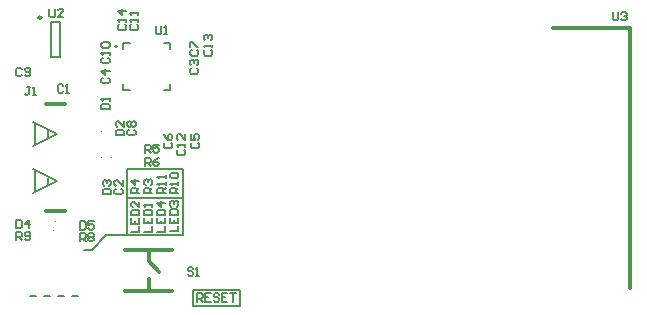
<source format=gto>
G04 Layer_Color=65535*
%FSAX25Y25*%
%MOIN*%
G70*
G01*
G75*
%ADD30C,0.00984*%
%ADD32C,0.01181*%
%ADD34C,0.00787*%
%ADD43C,0.00394*%
%ADD44C,0.00500*%
%ADD45C,0.00591*%
D30*
X0109547Y0197835D02*
G03*
X0109547Y0197835I-0000492J0000000D01*
G01*
D32*
X0280118Y0194291D02*
X0305709D01*
Y0107677D02*
Y0194291D01*
X0111024Y0168898D02*
X0117323D01*
X0111024Y0133465D02*
X0117323D01*
X0145276Y0106720D02*
Y0110658D01*
Y0116563D02*
X0148721Y0113118D01*
X0145276Y0116563D02*
Y0120500D01*
X0137402Y0106720D02*
X0153150D01*
X0137402Y0120500D02*
X0153150D01*
D34*
X0134843Y0188189D02*
G03*
X0134843Y0188189I-0000394J0000000D01*
G01*
X0160236Y0101575D02*
Y0107087D01*
Y0101575D02*
X0175591D01*
Y0107087D01*
X0160236D02*
X0175591D01*
X0123622Y0120472D02*
X0126378D01*
X0131102Y0125197D01*
X0135039D01*
X0131102D02*
X0138189D01*
X0156693D02*
Y0137795D01*
X0138189Y0125197D02*
X0156693D01*
X0138189D02*
Y0137795D01*
Y0146063D02*
Y0147244D01*
X0156693D01*
Y0137795D02*
Y0147244D01*
X0138189Y0137795D02*
X0156693D01*
X0138189D02*
Y0146063D01*
X0112598Y0196457D02*
X0115748D01*
X0112598Y0184646D02*
X0115748D01*
X0112598D02*
Y0196457D01*
X0115748Y0184646D02*
Y0196457D01*
X0119866Y0104949D02*
X0121835D01*
X0110417Y0104949D02*
X0112386D01*
X0115142Y0104949D02*
X0117110D01*
X0105693Y0104949D02*
X0107661D01*
D43*
X0129724Y0159843D02*
G03*
X0129724Y0159843I-0000197J0000000D01*
G01*
X0132874Y0151181D02*
G03*
X0132874Y0151181I-0000197J0000000D01*
G01*
X0129724Y0151181D02*
G03*
X0129724Y0151181I-0000197J0000000D01*
G01*
X0114370Y0129921D02*
G03*
X0114370Y0129921I-0000197J0000000D01*
G01*
X0113583Y0126772D02*
G03*
X0113583Y0126772I-0000197J0000000D01*
G01*
D44*
X0150413Y0173622D02*
X0152559D01*
X0150413Y0189370D02*
X0152559D01*
X0136811Y0173622D02*
X0138957D01*
X0136811Y0189370D02*
X0138957D01*
X0152559Y0173622D02*
Y0175768D01*
Y0187224D02*
Y0189370D01*
X0136811Y0173622D02*
Y0175768D01*
Y0187224D02*
Y0189370D01*
D45*
X0106753Y0162992D02*
X0114627Y0159055D01*
X0106753Y0155118D02*
X0114627Y0159055D01*
X0111871Y0157874D02*
X0111871Y0160236D01*
X0107540Y0155512D02*
Y0162598D01*
X0106753Y0147244D02*
X0114627Y0143307D01*
X0106753Y0139370D02*
X0114627Y0143307D01*
X0111871Y0142126D02*
X0111871Y0144488D01*
X0107540Y0139764D02*
Y0146850D01*
X0161417Y0103150D02*
Y0105905D01*
X0162795D01*
X0163254Y0105446D01*
Y0104527D01*
X0162795Y0104068D01*
X0161417D01*
X0162336D02*
X0163254Y0103150D01*
X0166009Y0105905D02*
X0164172D01*
Y0103150D01*
X0166009D01*
X0164172Y0104527D02*
X0165091D01*
X0168764Y0105446D02*
X0168305Y0105905D01*
X0167386D01*
X0166927Y0105446D01*
Y0104986D01*
X0167386Y0104527D01*
X0168305D01*
X0168764Y0104068D01*
Y0103609D01*
X0168305Y0103150D01*
X0167386D01*
X0166927Y0103609D01*
X0171519Y0105905D02*
X0169682D01*
Y0103150D01*
X0171519D01*
X0169682Y0104527D02*
X0170601D01*
X0172437Y0105905D02*
X0174274D01*
X0173356D01*
Y0103150D01*
X0147736Y0194979D02*
Y0192684D01*
X0148195Y0192224D01*
X0149114D01*
X0149573Y0192684D01*
Y0194979D01*
X0150491Y0192224D02*
X0151410D01*
X0150950D01*
Y0194979D01*
X0150491Y0194520D01*
X0159515Y0180971D02*
X0159056Y0180511D01*
Y0179593D01*
X0159515Y0179134D01*
X0161352D01*
X0161811Y0179593D01*
Y0180511D01*
X0161352Y0180971D01*
X0159515Y0181889D02*
X0159056Y0182348D01*
Y0183266D01*
X0159515Y0183726D01*
X0159974D01*
X0160433Y0183266D01*
Y0182807D01*
Y0183266D01*
X0160893Y0183726D01*
X0161352D01*
X0161811Y0183266D01*
Y0182348D01*
X0161352Y0181889D01*
X0159909Y0156167D02*
X0159450Y0155708D01*
Y0154790D01*
X0159909Y0154331D01*
X0161746D01*
X0162205Y0154790D01*
Y0155708D01*
X0161746Y0156167D01*
X0159450Y0158922D02*
Y0157086D01*
X0160827D01*
X0160368Y0158004D01*
Y0158463D01*
X0160827Y0158922D01*
X0161746D01*
X0162205Y0158463D01*
Y0157545D01*
X0161746Y0157086D01*
X0155184Y0153805D02*
X0154725Y0153346D01*
Y0152428D01*
X0155184Y0151969D01*
X0157021D01*
X0157480Y0152428D01*
Y0153346D01*
X0157021Y0153805D01*
X0157480Y0154724D02*
Y0155642D01*
Y0155183D01*
X0154725D01*
X0155184Y0154724D01*
X0157480Y0158856D02*
Y0157019D01*
X0155644Y0158856D01*
X0155184D01*
X0154725Y0158397D01*
Y0157478D01*
X0155184Y0157019D01*
X0150854Y0156167D02*
X0150395Y0155708D01*
Y0154790D01*
X0150854Y0154331D01*
X0152690D01*
X0153150Y0154790D01*
Y0155708D01*
X0152690Y0156167D01*
X0150395Y0158922D02*
X0150854Y0158004D01*
X0151772Y0157086D01*
X0152690D01*
X0153150Y0157545D01*
Y0158463D01*
X0152690Y0158922D01*
X0152231D01*
X0151772Y0158463D01*
Y0157086D01*
X0300000Y0199605D02*
Y0197310D01*
X0300459Y0196850D01*
X0301378D01*
X0301837Y0197310D01*
Y0199605D01*
X0302755Y0199146D02*
X0303214Y0199605D01*
X0304133D01*
X0304592Y0199146D01*
Y0198687D01*
X0304133Y0198228D01*
X0303673D01*
X0304133D01*
X0304592Y0197769D01*
Y0197310D01*
X0304133Y0196850D01*
X0303214D01*
X0302755Y0197310D01*
X0164141Y0186975D02*
X0163682Y0186515D01*
Y0185597D01*
X0164141Y0185138D01*
X0165978D01*
X0166437Y0185597D01*
Y0186515D01*
X0165978Y0186975D01*
X0166437Y0187893D02*
Y0188811D01*
Y0188352D01*
X0163682D01*
X0164141Y0187893D01*
Y0190189D02*
X0163682Y0190648D01*
Y0191566D01*
X0164141Y0192025D01*
X0164600D01*
X0165059Y0191566D01*
Y0191107D01*
Y0191566D01*
X0165519Y0192025D01*
X0165978D01*
X0166437Y0191566D01*
Y0190648D01*
X0165978Y0190189D01*
X0159614Y0186975D02*
X0159154Y0186515D01*
Y0185597D01*
X0159614Y0185138D01*
X0161450D01*
X0161909Y0185597D01*
Y0186515D01*
X0161450Y0186975D01*
X0159154Y0187893D02*
Y0189729D01*
X0159614D01*
X0161450Y0187893D01*
X0161909D01*
X0139436Y0195537D02*
X0138977Y0195078D01*
Y0194160D01*
X0139436Y0193701D01*
X0141273D01*
X0141732Y0194160D01*
Y0195078D01*
X0141273Y0195537D01*
X0141732Y0196456D02*
Y0197374D01*
Y0196915D01*
X0138977D01*
X0139436Y0196456D01*
X0141732Y0198752D02*
Y0199670D01*
Y0199211D01*
X0138977D01*
X0139436Y0198752D01*
X0135499Y0195537D02*
X0135040Y0195078D01*
Y0194160D01*
X0135499Y0193701D01*
X0137336D01*
X0137795Y0194160D01*
Y0195078D01*
X0137336Y0195537D01*
X0137795Y0196456D02*
Y0197374D01*
Y0196915D01*
X0135040D01*
X0135499Y0196456D01*
X0137795Y0200129D02*
X0135040D01*
X0136418Y0198752D01*
Y0200588D01*
X0129988Y0184514D02*
X0129528Y0184055D01*
Y0183136D01*
X0129988Y0182677D01*
X0131824D01*
X0132283Y0183136D01*
Y0184055D01*
X0131824Y0184514D01*
X0132283Y0185432D02*
Y0186351D01*
Y0185891D01*
X0129528D01*
X0129988Y0185432D01*
Y0187728D02*
X0129528Y0188187D01*
Y0189105D01*
X0129988Y0189565D01*
X0131824D01*
X0132283Y0189105D01*
Y0188187D01*
X0131824Y0187728D01*
X0129988D01*
X0112205Y0200786D02*
Y0198491D01*
X0112664Y0198031D01*
X0113582D01*
X0114041Y0198491D01*
Y0200786D01*
X0116796Y0198031D02*
X0114960D01*
X0116796Y0199868D01*
Y0200327D01*
X0116337Y0200786D01*
X0115419D01*
X0114960Y0200327D01*
X0105774Y0174802D02*
X0104855D01*
X0105315D01*
Y0172506D01*
X0104855Y0172047D01*
X0104396D01*
X0103937Y0172506D01*
X0106692Y0172047D02*
X0107610D01*
X0107151D01*
Y0174802D01*
X0106692Y0174343D01*
X0103018Y0180642D02*
X0102559Y0181102D01*
X0101640D01*
X0101181Y0180642D01*
Y0178806D01*
X0101640Y0178347D01*
X0102559D01*
X0103018Y0178806D01*
X0103936D02*
X0104395Y0178347D01*
X0105314D01*
X0105773Y0178806D01*
Y0180642D01*
X0105314Y0181102D01*
X0104395D01*
X0103936Y0180642D01*
Y0180183D01*
X0104395Y0179724D01*
X0105773D01*
X0116797Y0175130D02*
X0116338Y0175590D01*
X0115420D01*
X0114961Y0175130D01*
Y0173294D01*
X0115420Y0172835D01*
X0116338D01*
X0116797Y0173294D01*
X0117716Y0172835D02*
X0118634D01*
X0118175D01*
Y0175590D01*
X0117716Y0175130D01*
X0129988Y0177821D02*
X0129528Y0177362D01*
Y0176443D01*
X0129988Y0175984D01*
X0131824D01*
X0132283Y0176443D01*
Y0177362D01*
X0131824Y0177821D01*
X0132283Y0180117D02*
X0129528D01*
X0130906Y0178739D01*
Y0180576D01*
X0129528Y0167323D02*
X0132283D01*
Y0168700D01*
X0131824Y0169159D01*
X0129988D01*
X0129528Y0168700D01*
Y0167323D01*
X0132283Y0170078D02*
Y0170996D01*
Y0170537D01*
X0129528D01*
X0129988Y0170078D01*
X0129922Y0138976D02*
X0132677D01*
Y0140354D01*
X0132218Y0140813D01*
X0130381D01*
X0129922Y0140354D01*
Y0138976D01*
X0130381Y0141731D02*
X0129922Y0142191D01*
Y0143109D01*
X0130381Y0143568D01*
X0130841D01*
X0131300Y0143109D01*
Y0142650D01*
Y0143109D01*
X0131759Y0143568D01*
X0132218D01*
X0132677Y0143109D01*
Y0142191D01*
X0132218Y0141731D01*
X0134318Y0140813D02*
X0133859Y0140354D01*
Y0139436D01*
X0134318Y0138976D01*
X0136155D01*
X0136614Y0139436D01*
Y0140354D01*
X0136155Y0140813D01*
X0136614Y0143568D02*
Y0141731D01*
X0134777Y0143568D01*
X0134318D01*
X0133859Y0143109D01*
Y0142191D01*
X0134318Y0141731D01*
X0144095Y0148425D02*
Y0151180D01*
X0145472D01*
X0145931Y0150721D01*
Y0149803D01*
X0145472Y0149344D01*
X0144095D01*
X0145013D02*
X0145931Y0148425D01*
X0148686Y0151180D02*
X0147768Y0150721D01*
X0146850Y0149803D01*
Y0148884D01*
X0147309Y0148425D01*
X0148227D01*
X0148686Y0148884D01*
Y0149344D01*
X0148227Y0149803D01*
X0146850D01*
X0144095Y0152756D02*
Y0155511D01*
X0145472D01*
X0145931Y0155052D01*
Y0154133D01*
X0145472Y0153674D01*
X0144095D01*
X0145013D02*
X0145931Y0152756D01*
X0148686Y0155511D02*
X0146850D01*
Y0154133D01*
X0147768Y0154593D01*
X0148227D01*
X0148686Y0154133D01*
Y0153215D01*
X0148227Y0152756D01*
X0147309D01*
X0146850Y0153215D01*
X0138649Y0160498D02*
X0138190Y0160039D01*
Y0159121D01*
X0138649Y0158661D01*
X0140486D01*
X0140945Y0159121D01*
Y0160039D01*
X0140486Y0160498D01*
X0138649Y0161416D02*
X0138190Y0161876D01*
Y0162794D01*
X0138649Y0163253D01*
X0139108D01*
X0139567Y0162794D01*
X0140026Y0163253D01*
X0140486D01*
X0140945Y0162794D01*
Y0161876D01*
X0140486Y0161416D01*
X0140026D01*
X0139567Y0161876D01*
X0139108Y0161416D01*
X0138649D01*
X0139567Y0161876D02*
Y0162794D01*
X0134253Y0158661D02*
X0137008D01*
Y0160039D01*
X0136549Y0160498D01*
X0134712D01*
X0134253Y0160039D01*
Y0158661D01*
X0137008Y0163253D02*
Y0161416D01*
X0135171Y0163253D01*
X0134712D01*
X0134253Y0162794D01*
Y0161876D01*
X0134712Y0161416D01*
X0152363Y0126575D02*
X0155118D01*
Y0128411D01*
X0152363Y0131167D02*
Y0129330D01*
X0155118D01*
Y0131167D01*
X0153741Y0129330D02*
Y0130248D01*
X0152363Y0132085D02*
X0155118D01*
Y0133462D01*
X0154659Y0133922D01*
X0152822D01*
X0152363Y0133462D01*
Y0132085D01*
X0152822Y0134840D02*
X0152363Y0135299D01*
Y0136217D01*
X0152822Y0136677D01*
X0153281D01*
X0153741Y0136217D01*
Y0135758D01*
Y0136217D01*
X0154200Y0136677D01*
X0154659D01*
X0155118Y0136217D01*
Y0135299D01*
X0154659Y0134840D01*
X0143702Y0126476D02*
X0146457D01*
Y0128313D01*
X0143702Y0131068D02*
Y0129231D01*
X0146457D01*
Y0131068D01*
X0145079Y0129231D02*
Y0130150D01*
X0143702Y0131986D02*
X0146457D01*
Y0133364D01*
X0145998Y0133823D01*
X0144161D01*
X0143702Y0133364D01*
Y0131986D01*
X0146457Y0134741D02*
Y0135660D01*
Y0135201D01*
X0143702D01*
X0144161Y0134741D01*
X0148131Y0126476D02*
X0150886D01*
Y0128313D01*
X0148131Y0131068D02*
Y0129231D01*
X0150886D01*
Y0131068D01*
X0149508Y0129231D02*
Y0130150D01*
X0148131Y0131986D02*
X0150886D01*
Y0133364D01*
X0150427Y0133823D01*
X0148590D01*
X0148131Y0133364D01*
Y0131986D01*
X0150886Y0136119D02*
X0148131D01*
X0149508Y0134741D01*
Y0136578D01*
X0122441Y0123228D02*
Y0125983D01*
X0123819D01*
X0124278Y0125524D01*
Y0124606D01*
X0123819Y0124147D01*
X0122441D01*
X0123359D02*
X0124278Y0123228D01*
X0125196Y0125524D02*
X0125655Y0125983D01*
X0126574D01*
X0127033Y0125524D01*
Y0125065D01*
X0126574Y0124606D01*
X0127033Y0124147D01*
Y0123688D01*
X0126574Y0123228D01*
X0125655D01*
X0125196Y0123688D01*
Y0124147D01*
X0125655Y0124606D01*
X0125196Y0125065D01*
Y0125524D01*
X0125655Y0124606D02*
X0126574D01*
X0155217Y0139272D02*
X0152462D01*
Y0140649D01*
X0152921Y0141108D01*
X0153839D01*
X0154298Y0140649D01*
Y0139272D01*
Y0140190D02*
X0155217Y0141108D01*
Y0142027D02*
Y0142945D01*
Y0142486D01*
X0152462D01*
X0152921Y0142027D01*
Y0144323D02*
X0152462Y0144782D01*
Y0145700D01*
X0152921Y0146159D01*
X0154757D01*
X0155217Y0145700D01*
Y0144782D01*
X0154757Y0144323D01*
X0152921D01*
X0142224Y0139272D02*
X0139469D01*
Y0140649D01*
X0139929Y0141108D01*
X0140847D01*
X0141306Y0140649D01*
Y0139272D01*
Y0140190D02*
X0142224Y0141108D01*
Y0143404D02*
X0139469D01*
X0140847Y0142027D01*
Y0143863D01*
X0146555Y0139272D02*
X0143800D01*
Y0140649D01*
X0144259Y0141108D01*
X0145178D01*
X0145637Y0140649D01*
Y0139272D01*
Y0140190D02*
X0146555Y0141108D01*
X0144259Y0142027D02*
X0143800Y0142486D01*
Y0143404D01*
X0144259Y0143863D01*
X0144718D01*
X0145178Y0143404D01*
Y0142945D01*
Y0143404D01*
X0145637Y0143863D01*
X0146096D01*
X0146555Y0143404D01*
Y0142486D01*
X0146096Y0142027D01*
X0150984Y0139272D02*
X0148229D01*
Y0140649D01*
X0148688Y0141108D01*
X0149607D01*
X0150066Y0140649D01*
Y0139272D01*
Y0140190D02*
X0150984Y0141108D01*
Y0142027D02*
Y0142945D01*
Y0142486D01*
X0148229D01*
X0148688Y0142027D01*
X0150984Y0144323D02*
Y0145241D01*
Y0144782D01*
X0148229D01*
X0148688Y0144323D01*
X0101181Y0123622D02*
Y0126377D01*
X0102559D01*
X0103018Y0125918D01*
Y0125000D01*
X0102559Y0124540D01*
X0101181D01*
X0102099D02*
X0103018Y0123622D01*
X0103936Y0124081D02*
X0104395Y0123622D01*
X0105314D01*
X0105773Y0124081D01*
Y0125918D01*
X0105314Y0126377D01*
X0104395D01*
X0103936Y0125918D01*
Y0125459D01*
X0104395Y0125000D01*
X0105773D01*
X0122441Y0129920D02*
Y0127165D01*
X0123819D01*
X0124278Y0127624D01*
Y0129461D01*
X0123819Y0129920D01*
X0122441D01*
X0127033D02*
X0125196D01*
Y0128543D01*
X0126114Y0129002D01*
X0126574D01*
X0127033Y0128543D01*
Y0127624D01*
X0126574Y0127165D01*
X0125655D01*
X0125196Y0127624D01*
X0101181Y0130314D02*
Y0127559D01*
X0102559D01*
X0103018Y0128018D01*
Y0129855D01*
X0102559Y0130314D01*
X0101181D01*
X0105314Y0127559D02*
Y0130314D01*
X0103936Y0128937D01*
X0105773D01*
X0139469Y0126378D02*
X0142224D01*
Y0128215D01*
X0139469Y0130970D02*
Y0129133D01*
X0142224D01*
Y0130970D01*
X0140847Y0129133D02*
Y0130051D01*
X0139469Y0131888D02*
X0142224D01*
Y0133265D01*
X0141765Y0133725D01*
X0139929D01*
X0139469Y0133265D01*
Y0131888D01*
X0142224Y0136480D02*
Y0134643D01*
X0140388Y0136480D01*
X0139929D01*
X0139469Y0136021D01*
Y0135102D01*
X0139929Y0134643D01*
X0160104Y0114107D02*
X0159645Y0114566D01*
X0158727D01*
X0158268Y0114107D01*
Y0113648D01*
X0158727Y0113189D01*
X0159645D01*
X0160104Y0112729D01*
Y0112270D01*
X0159645Y0111811D01*
X0158727D01*
X0158268Y0112270D01*
X0161023Y0111811D02*
X0161941D01*
X0161482D01*
Y0114566D01*
X0161023Y0114107D01*
M02*

</source>
